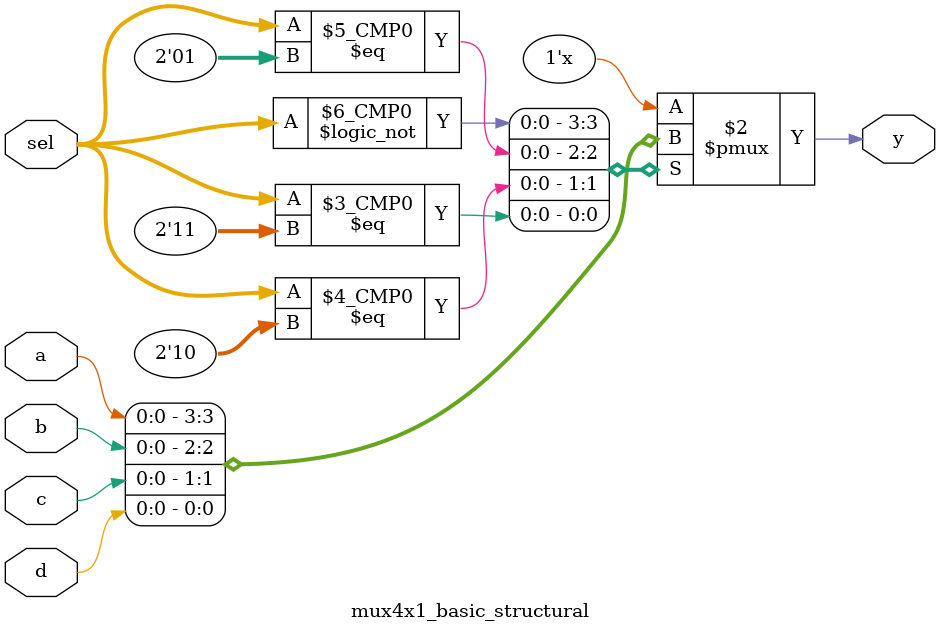
<source format=v>
module mux4x1_basic_structural(input [3:0] a, b, c, d,
                               input [1:0] sel,
                               output reg y);

    always @(*) begin
        case(sel)
            2'b00: y = a;
            2'b01: y = b;
            2'b10: y = c;
            2'b11: y = d;
        endcase
    end
    

endmodule

</source>
